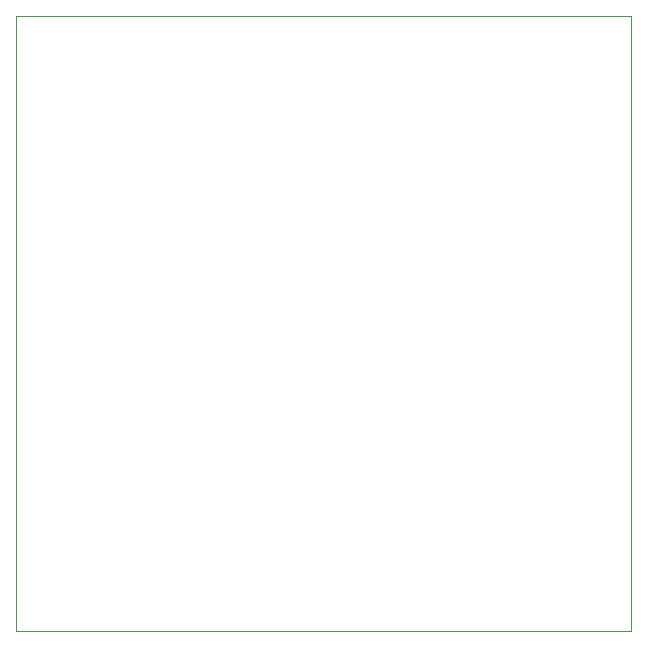
<source format=gbr>
%TF.GenerationSoftware,KiCad,Pcbnew,(6.0.0-0)*%
%TF.CreationDate,2022-06-28T12:19:14-04:00*%
%TF.ProjectId,PDBv3,50444276-332e-46b6-9963-61645f706362,rev?*%
%TF.SameCoordinates,Original*%
%TF.FileFunction,Profile,NP*%
%FSLAX46Y46*%
G04 Gerber Fmt 4.6, Leading zero omitted, Abs format (unit mm)*
G04 Created by KiCad (PCBNEW (6.0.0-0)) date 2022-06-28 12:19:14*
%MOMM*%
%LPD*%
G01*
G04 APERTURE LIST*
%TA.AperFunction,Profile*%
%ADD10C,0.100000*%
%TD*%
G04 APERTURE END LIST*
D10*
X194818000Y-133350000D02*
X246888000Y-133350000D01*
X194818000Y-81280000D02*
X194818000Y-133350000D01*
X246888000Y-81280000D02*
X194818000Y-81280000D01*
X246888000Y-133350000D02*
X246888000Y-81280000D01*
M02*

</source>
